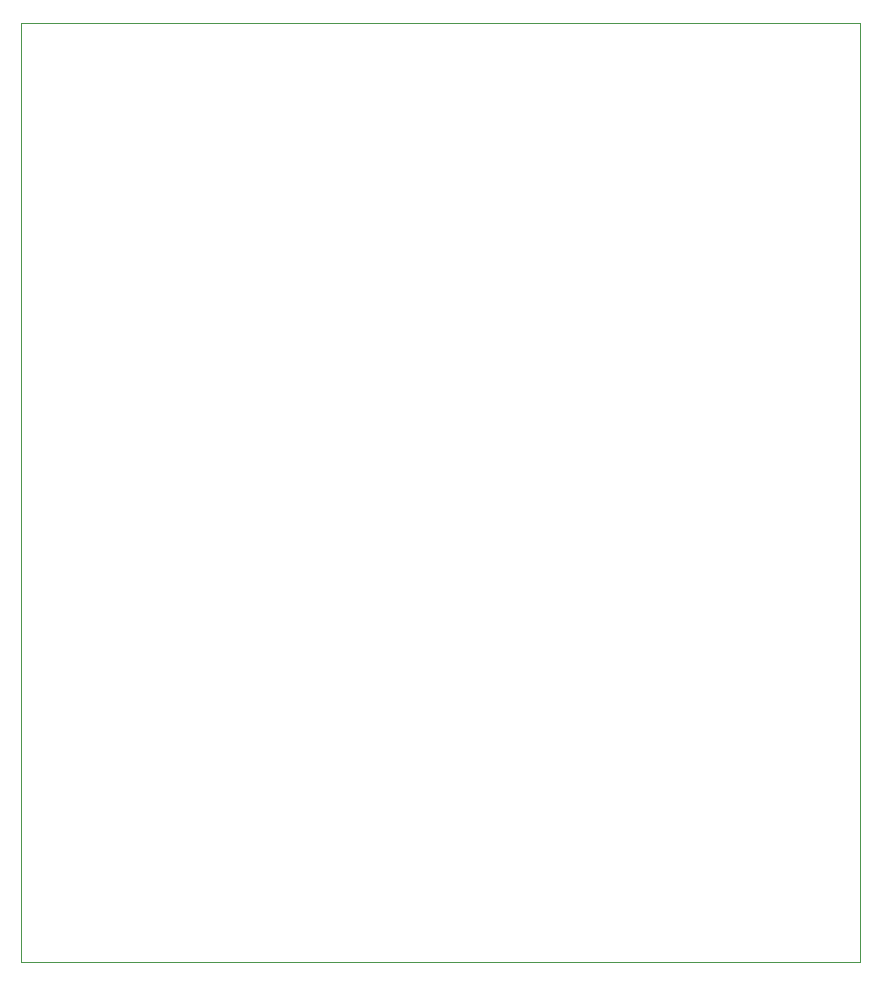
<source format=gbr>
%TF.GenerationSoftware,KiCad,Pcbnew,8.0.5*%
%TF.CreationDate,2025-05-05T01:51:42+02:00*%
%TF.ProjectId,nodo_sensor,6e6f646f-5f73-4656-9e73-6f722e6b6963,rev?*%
%TF.SameCoordinates,Original*%
%TF.FileFunction,Profile,NP*%
%FSLAX46Y46*%
G04 Gerber Fmt 4.6, Leading zero omitted, Abs format (unit mm)*
G04 Created by KiCad (PCBNEW 8.0.5) date 2025-05-05 01:51:42*
%MOMM*%
%LPD*%
G01*
G04 APERTURE LIST*
%TA.AperFunction,Profile*%
%ADD10C,0.050000*%
%TD*%
G04 APERTURE END LIST*
D10*
X109500000Y-69500000D02*
X180500000Y-69500000D01*
X180500000Y-149000000D01*
X109500000Y-149000000D01*
X109500000Y-69500000D01*
M02*

</source>
